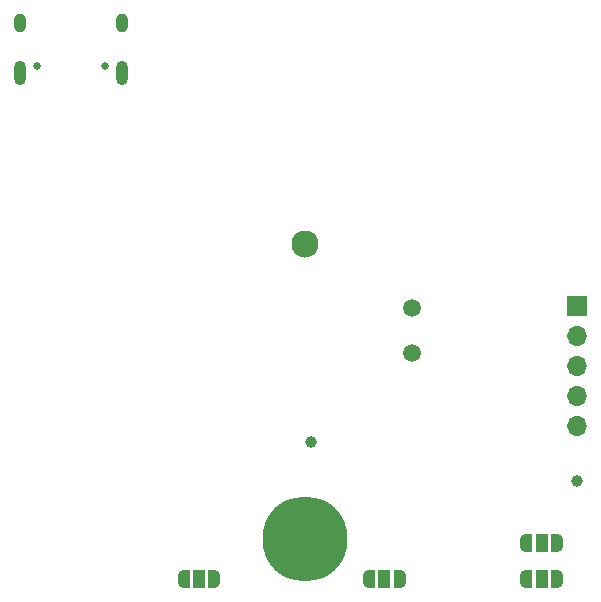
<source format=gbs>
G04 #@! TF.GenerationSoftware,KiCad,Pcbnew,6.0.11+dfsg-1~bpo11+1*
G04 #@! TF.CreationDate,2023-04-01T23:07:25-07:00*
G04 #@! TF.ProjectId,gbpunk,67627075-6e6b-42e6-9b69-6361645f7063,v4.0*
G04 #@! TF.SameCoordinates,Original*
G04 #@! TF.FileFunction,Soldermask,Bot*
G04 #@! TF.FilePolarity,Negative*
%FSLAX46Y46*%
G04 Gerber Fmt 4.6, Leading zero omitted, Abs format (unit mm)*
G04 Created by KiCad (PCBNEW 6.0.11+dfsg-1~bpo11+1) date 2023-04-01 23:07:25*
%MOMM*%
%LPD*%
G01*
G04 APERTURE LIST*
G04 Aperture macros list*
%AMFreePoly0*
4,1,22,0.550000,-0.750000,0.000000,-0.750000,0.000000,-0.745033,-0.079941,-0.743568,-0.215256,-0.701293,-0.333266,-0.622738,-0.424486,-0.514219,-0.481581,-0.384460,-0.499164,-0.250000,-0.500000,-0.250000,-0.500000,0.250000,-0.499164,0.250000,-0.499963,0.256109,-0.478152,0.396186,-0.417904,0.524511,-0.324060,0.630769,-0.204165,0.706417,-0.067858,0.745374,0.000000,0.744959,0.000000,0.750000,
0.550000,0.750000,0.550000,-0.750000,0.550000,-0.750000,$1*%
%AMFreePoly1*
4,1,20,0.000000,0.744959,0.073905,0.744508,0.209726,0.703889,0.328688,0.626782,0.421226,0.519385,0.479903,0.390333,0.500000,0.250000,0.500000,-0.250000,0.499851,-0.262216,0.476331,-0.402017,0.414519,-0.529596,0.319384,-0.634700,0.198574,-0.708877,0.061801,-0.746166,0.000000,-0.745033,0.000000,-0.750000,-0.550000,-0.750000,-0.550000,0.750000,0.000000,0.750000,0.000000,0.744959,
0.000000,0.744959,$1*%
G04 Aperture macros list end*
%ADD10C,7.200000*%
%ADD11C,2.300000*%
%ADD12C,1.500000*%
%ADD13C,0.650000*%
%ADD14O,1.000000X2.100000*%
%ADD15O,1.000000X1.600000*%
%ADD16R,1.700000X1.700000*%
%ADD17O,1.700000X1.700000*%
%ADD18FreePoly0,180.000000*%
%ADD19R,1.000000X1.500000*%
%ADD20FreePoly1,180.000000*%
%ADD21C,1.000000*%
G04 APERTURE END LIST*
D10*
X100000000Y-84650000D03*
D11*
X100000000Y-59650000D03*
D12*
X109000000Y-68900000D03*
X109000000Y-65100000D03*
D13*
X83070000Y-44620000D03*
X77290000Y-44620000D03*
D14*
X84500000Y-45150000D03*
X75860000Y-45150000D03*
D15*
X84500000Y-40970000D03*
X75860000Y-40970000D03*
D16*
X123000000Y-64925000D03*
D17*
X123000000Y-67465000D03*
X123000000Y-70005000D03*
X123000000Y-72545000D03*
X123000000Y-75085000D03*
D18*
X121300000Y-88000000D03*
D19*
X120000000Y-88000000D03*
D20*
X118700000Y-88000000D03*
D21*
X123010000Y-79690000D03*
D18*
X92300000Y-88000000D03*
D19*
X91000000Y-88000000D03*
D20*
X89700000Y-88000000D03*
D18*
X108000000Y-88000000D03*
D19*
X106700000Y-88000000D03*
D20*
X105400000Y-88000000D03*
D18*
X121300000Y-85000000D03*
D19*
X120000000Y-85000000D03*
D20*
X118700000Y-85000000D03*
D21*
X100460000Y-76420000D03*
M02*

</source>
